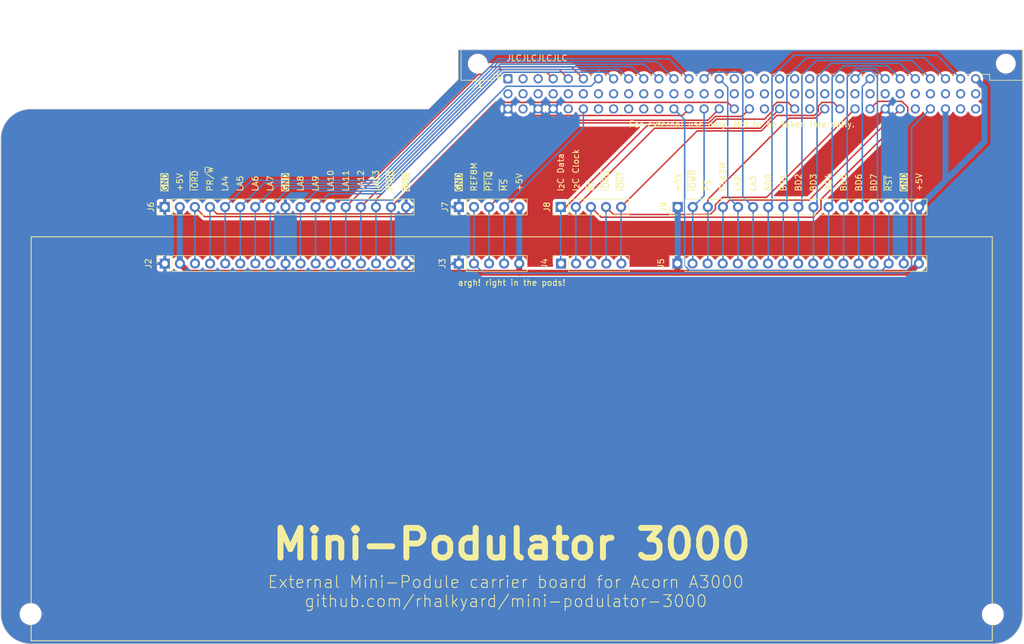
<source format=kicad_pcb>
(kicad_pcb (version 20221018) (generator pcbnew)
  (title_block (title "External Mini-Podule carrier board for Acorn A3000") (date "2024-05-29") (rev "1"))
  (layers (0 "F.Cu" signal) (31 "B.Cu" signal) (34 "B.Paste" user) (35 "F.Paste" user) (36 "B.SilkS" user "B.Silkscreen") (37 "F.SilkS" user "F.Silkscreen") (38 "B.Mask" user) (39 "F.Mask" user) (44 "Edge.Cuts" user))
  (net 0 "")
  (net 1 "GND")
  (net 2 "/LA15")
  (net 3 "/LA14")
  (net 4 "/LA13")
  (net 5 "/LA12")
  (net 6 "/LA11")
  (net 7 "/LA10")
  (net 8 "/LA9")
  (net 9 "/LA8")
  (net 10 "/LA7")
  (net 11 "/LA6")
  (net 12 "/LA5")
  (net 13 "/LA4")
  (net 14 "/LA3")
  (net 15 "/LA2")
  (net 16 "/BD15")
  (net 17 "/BD14")
  (net 18 "/BD13")
  (net 19 "/BD12")
  (net 20 "/BD11")
  (net 21 "/BD10")
  (net 22 "/BD9")
  (net 23 "/BD8")
  (net 24 "/BD7")
  (net 25 "/BD6")
  (net 26 "/BD5")
  (net 27 "/BD4")
  (net 28 "/BD3")
  (net 29 "/BD2")
  (net 30 "/BD1")
  (net 31 "/BD0")
  (net 32 "+5V")
  (net 33 "-5V")
  (net 35 "/~{MS}")
  (net 41 "/~{RST}")
  (net 42 "/PR{slash}~{W}")
  (net 43 "/~{IOWR}")
  (net 44 "/~{IORD}")
  (net 45 "/~{PIRQ}")
  (net 46 "/~{PFIQ}")
  (net 48 "/I2C_CLK")
  (net 49 "/I2C_DAT")
  (net 50 "/~{EXTPS}")
  (net 51 "/~{PS}")
  (net 52 "/~{IOGT}")
  (net 53 "/~{IORQ}")
  (net 54 "/~{BL}")
  (net 55 "/CLK2")
  (net 56 "/CLK8")
  (net 57 "/REF8M")
  (net 59 "+12V")
  (footprint "Connector_PinHeader_2.54mm:PinHeader_1x17_P2.54mm_Vertical" (layer "F.Cu") (at 85.47 80.315 90)
    (fp_text reference "J6")
    (fp_text value "Conn_01x17_Socket")
  )
  (footprint "Connector_DIN:DIN41612_C_3x32_Male_Horizontal_THT" (layer "F.Cu") (at 143.255 58.725)
    (fp_text reference "J1")
    (fp_text value "DIN41612_02x32_AC")
  )
  (footprint "Connector_PinSocket_2.54mm:PinSocket_1x17_P2.54mm_Vertical" (layer "F.Cu") (at 171.79 89.84 90)
    (fp_text reference "J5")
    (fp_text value "Conn_01x17_Socket")
  )
  (footprint "Connector_PinSocket_2.54mm:PinSocket_1x05_P2.54mm_Vertical" (layer "F.Cu") (at 134.99 89.84 90)
    (fp_text reference "J3")
    (fp_text value "Conn_01x05_Socket")
  )
  (footprint "Connector_PinHeader_2.54mm:PinHeader_1x17_P2.54mm_Vertical" (layer "F.Cu") (at 171.83 80.315 90)
    (fp_text reference "J9")
    (fp_text value "Conn_01x17_Socket")
  )
  (footprint "Connector_PinHeader_2.54mm:PinHeader_1x05_P2.54mm_Vertical" (layer "F.Cu") (at 152.145 80.315 90)
    (fp_text reference "J8")
    (fp_text value "Conn_01x05_Socket")
  )
  (footprint "MountingHole:MountingHole_3.2mm_M3" (layer "F.Cu") (at 62.89 148.84)
    (fp_text reference "H1" hide)
    (fp_text value "MountingHole")
  )
  (footprint "Connector_PinSocket_2.54mm:PinSocket_1x17_P2.54mm_Vertical" (layer "F.Cu") (at 85.49 89.84 90)
    (fp_text reference "J2")
    (fp_text value "Conn_01x17_Socket")
  )
  (footprint "MountingHole:MountingHole_3.2mm_M3" (layer "F.Cu") (at 224.89 148.895)
    (fp_text reference "H2" hide)
    (fp_text value "MountingHole")
  )
  (footprint "Connector_PinSocket_2.54mm:PinSocket_1x05_P2.54mm_Vertical" (layer "F.Cu") (at 152.19 89.84 90)
    (fp_text reference "J4")
    (fp_text value "Conn_01x05_Socket")
  )
  (footprint "Connector_PinHeader_2.54mm:PinHeader_1x05_P2.54mm_Vertical" (layer "F.Cu") (at 135 80.315 90)
    (fp_text reference "J7")
    (fp_text value "Conn_01x05_Socket")
  )
  (gr_line (start 62.99 85.34) (end 224.79 85.34) (stroke (width 0.15)) (layer "F.SilkS"))
  (gr_line (start 224.79 153.34) (end 62.99 153.34) (stroke (width 0.15)) (layer "F.SilkS"))
  (gr_line (start 62.99 85.34) (end 62.99 153.34) (stroke (width 0.15)) (layer "F.SilkS"))
  (gr_line (start 224.79 85.34) (end 224.79 153.34) (stroke (width 0.15)) (layer "F.SilkS"))
  (gr_line (start 224.89 153.84) (end 62.89 153.84) (stroke (width 0.1)) (layer "Edge.Cuts"))
  (gr_line (start 62.89 63.84) (end 129.89 63.84) (stroke (width 0.1)) (layer "Edge.Cuts"))
  (gr_line (start 57.89 148.84) (end 57.89 68.84) (stroke (width 0.1)) (layer "Edge.Cuts"))
  (gr_arc (start 229.89 148.84) (mid 228.425534 152.375534) (end 224.89 153.84) (stroke (width 0.1)) (layer "Edge.Cuts"))
  (gr_line (start 134.89 58.84) (end 134.89 53.84) (stroke (width 0.1)) (layer "Edge.Cuts"))
  (gr_line (start 134.89 53.84) (end 229.89 53.84) (stroke (width 0.1)) (layer "Edge.Cuts"))
  (gr_line (start 229.89 148.84) (end 229.89 53.84) (stroke (width 0.1)) (layer "Edge.Cuts"))
  (gr_arc (start 62.89 153.84) (mid 59.354466 152.375534) (end 57.89 148.84) (stroke (width 0.1)) (layer "Edge.Cuts"))
  (gr_arc (start 57.89 68.84) (mid 59.354466 65.304466) (end 62.89 63.84) (stroke (width 0.1)) (layer "Edge.Cuts"))
  (gr_line (start 134.89 58.84) (end 129.89 63.84) (stroke (width 0.1)) (layer "Edge.Cuts"))
  (gr_text "~{IOWR}" (at 174.37 77.775 90) (layer "F.SilkS") (effects (font (size 1 1)) (justify left)))
  (gr_text "BD2" (at 192.15 77.775 90) (layer "F.SilkS") (effects (font (size 1 1)) (justify left)))
  (gr_text "LA11" (at 115.95 77.775 90) (layer "F.SilkS") (effects (font (size 1 1)) (justify left)))
  (gr_text "BD0" (at 187.07 77.775 90) (layer "F.SilkS") (effects (font (size 1 1)) (justify left)))
  (gr_text "BD1" (at 189.61 77.775 90) (layer "F.SilkS") (effects (font (size 1 1)) (justify left)))
  (gr_text "GND" (at 209.93 77.775 90) (layer "F.SilkS" knockout) (effects (font (size 1 1)) (justify left)))
  (gr_text "LA6" (at 100.71 77.775 90) (layer "F.SilkS") (effects (font (size 1 1)) (justify left)))
  (gr_text "LA4" (at 95.63 77.775 90) (layer "F.SilkS") (effects (font (size 1 1)) (justify left)))
  (gr_text "~{IORQ}" (at 159.765 77.775 90) (layer "F.SilkS") (effects (font (size 1 1)) (justify left)))
  (gr_text "For external use only. Not to be taken internally." (at 182.625 66.98) (layer "F.SilkS") (effects (font (size 1 1)) (justify bottom)))
  (gr_text "GND" (at 105.79 77.775 90) (layer "F.SilkS" knockout) (effects (font (size 1 1)) (justify left)))
  (gr_text "~{PFIQ}" (at 140.08 77.775 90) (layer "F.SilkS") (effects (font (size 1 1)) (justify left)))
  (gr_text "GND" (at 126.11 77.775 90) (layer "F.SilkS" knockout) (effects (font (size 1 1)) (justify left)))
  (gr_text "BD5" (at 199.77 77.775 90) (layer "F.SilkS") (effects (font (size 1 1)) (justify left)))
  (gr_text "LA5" (at 98.17 77.775 90) (layer "F.SilkS") (effects (font (size 1 1)) (justify left)))
  (gr_text "LA8" (at 108.33 77.775 90) (layer "F.SilkS") (effects (font (size 1 1)) (justify left)))
  (gr_text "I_{2}C Clock" (at 154.685 77.775 90) (layer "F.SilkS") (effects (font (size 1 1)) (justify left)))
  (gr_text "LA2" (at 181.99 77.775 90) (layer "F.SilkS") (effects (font (size 1 1)) (justify left)))
  (gr_text "GND" (at 135 77.775 90) (layer "F.SilkS" knockout) (effects (font (size 1 1)) (justify left)))
  (gr_text "BD6" (at 202.31 77.775 90) (layer "F.SilkS") (effects (font (size 1 1)) (justify left)))
  (gr_text "~{MS}" (at 142.62 77.775 90) (layer "F.SilkS") (effects (font (size 1 1)) (justify left)))
  (gr_text "LA3" (at 184.53 77.775 90) (layer "F.SilkS") (effects (font (size 1 1)) (justify left)))
  (gr_text "+5V" (at 171.83 77.775 90) (layer "F.SilkS") (effects (font (size 1 1)) (justify left)))
  (gr_text "JLCJLCJLCJLC" (at 142.89 55.84) (layer "F.SilkS") (effects (font (size 1 1)) (justify left bottom)))
  (gr_text "LA7" (at 103.25 77.775 90) (layer "F.SilkS") (effects (font (size 1 1)) (justify left)))
  (gr_text "BD4" (at 197.229599 77.679158 90) (layer "F.SilkS") (effects (font (size 1 1)) (justify left)))
  (gr_text "LA9" (at 110.87 77.775 90) (layer "F.SilkS") (effects (font (size 1 1)) (justify left)))
  (gr_text "Mini-Podulator 3000" (at 143.89 140.005) (layer "F.SilkS") (effects (font (size 5 5) (thickness 1) bold) (justify bottom)))
  (gr_text "REF8M" (at 137.54 77.775 90) (layer "F.SilkS") (effects (font (size 1 1)) (justify left)))
  (gr_text "+5V" (at 88.01 77.775 90) (layer "F.SilkS") (effects (font (size 1 1)) (justify left)))
  (gr_text "~{IORD}" (at 90.55 77.775 90) (layer "F.SilkS") (effects (font (size 1 1)) (justify left)))
  (gr_text "External Mini-Podule carrier board for Acorn A3000\ngithub.com/rhalkyard/mini-podulator-3000" (at 142.89 147.84) (layer "F.SilkS") (effects (font (size 2 2)) (justify bottom)))
  (gr_text "PR/~{W}" (at 93.09 77.775 90) (layer "F.SilkS") (effects (font (size 1 1)) (justify left)))
  (gr_text "~{PS}" (at 176.91 77.775 90) (layer "F.SilkS") (effects (font (size 1 1)) (justify left)))
  (gr_text "~{RST}" (at 207.39 77.775 90) (layer "F.SilkS") (effects (font (size 1 1)) (justify left)))
  (gr_text "argh! right in the pods!" (at 143.89 93.65) (layer "F.SilkS") (effects (font (size 1 1)) (justify bottom)))
  (gr_text "BD3" (at 194.69 77.775 90) (layer "F.SilkS") (effects (font (size 1 1)) (justify left)))
  (gr_text "BD7" (at 204.85 77.775 90) (layer "F.SilkS") (effects (font (size 1 1)) (justify left)))
  (gr_text "CLK2M" (at 179.45 77.775 90) (layer "F.SilkS") (effects (font (size 1 1)) (justify left)))
  (gr_text "LA10" (at 113.41 77.775 90) (layer "F.SilkS") (effects (font (size 1 1)) (justify left)))
  (gr_text "GND" (at 85.47 77.775 90) (layer "F.SilkS" knockout) (effects (font (size 1 1)) (justify left)))
  (gr_text "~{BL}" (at 157.225 77.775 90) (layer "F.SilkS") (effects (font (size 1 1)) (justify left)))
  (gr_text "+5V" (at 212.47 77.775 90) (layer "F.SilkS") (effects (font (size 1 1)) (justify left)))
  (gr_text "I_{2}C Data" (at 152.145 77.775 90) (layer "F.SilkS") (effects (font (size 1 1)) (justify left)))
  (gr_text "~{IOGT}" (at 162.305 77.775 90) (layer "F.SilkS") (effects (font (size 1 1)) (justify left)))
  (gr_text "LA13" (at 121.03 77.775 90) (layer "F.SilkS") (effects (font (size 1 1)) (justify left)))
  (gr_text "+5V" (at 145.16 77.775 90) (layer "F.SilkS") (effects (font (size 1 1)) (justify left)))
  (gr_text "LA12" (at 118.49 77.775 90) (layer "F.SilkS") (effects (font (size 1 1)) (justify left)))
  (gr_text "~{PIRQ}" (at 123.57 77.775 90) (layer "F.SilkS") (effects (font (size 1 1)) (justify left)))
  (segment (start 142.491826 57.625) (end 149.775 57.625) (width 0.25) (layer "F.Cu") (net 4))
  (segment (start 121.03 79.086826) (end 142.491826 57.625) (width 0.25) (layer "F.Cu") (net 4))
  (segment (start 121.03 80.315) (end 121.03 79.086826) (width 0.25) (layer "F.Cu") (net 4))
  (segment (start 149.775 57.625) (end 150.875 58.725) (width 0.25) (layer "F.Cu") (net 4))
  (segment (start 121.03 80.315) (end 121.03 89.82) (width 0.25) (layer "B.Cu") (net 4))
  (segment (start 121.03 89.82) (end 121.05 89.84) (width 0.25) (layer "B.Cu") (net 4))
  (segment (start 151.865 57.175) (end 153.415 58.725) (width 0.25) (layer "F.Cu") (net 5))
  (segment (start 118.49 80.315) (end 141.63 57.175) (width 0.25) (layer "F.Cu") (net 5))
  (segment (start 141.63 57.175) (end 151.865 57.175) (width 0.25) (layer "F.Cu") (net 5))
  (segment (start 118.49 89.82) (end 118.51 89.84) (width 0.25) (layer "B.Cu") (net 5))
  (segment (start 118.49 80.315) (end 118.49 89.82) (width 0.25) (layer "B.Cu") (net 5))
  (segment (start 138.920584 57.985) (end 140.180584 56.725) (width 0.25) (layer "F.Cu") (net 6))
  (segment (start 138.28 57.985) (end 138.920584 57.985) (width 0.25) (layer "F.Cu") (net 6))
  (segment (start 153.955 56.725) (end 155.955 58.725) (width 0.25) (layer "F.Cu") (net 6))
  (segment (start 115.95 80.315) (end 138.28 57.985) (width 0.25) (layer "F.Cu") (net 6))
  (segment (start 140.180584 56.725) (end 153.955 56.725) (width 0.25) (layer "F.Cu") (net 6))
  (segment (start 115.95 89.82) (end 115.97 89.84) (width 0.25) (layer "B.Cu") (net 6))
  (segment (start 115.95 80.315) (end 115.95 89.82) (width 0.25) (layer "B.Cu") (net 6))
  (segment (start 142.976256 59.995) (end 157.225 59.995) (width 0.25) (layer "B.Cu") (net 7))
  (segment (start 113.41 80.315) (end 113.41 89.82) (width 0.25) (layer "B.Cu") (net 7))
  (segment (start 157.225 59.995) (end 158.495 58.725) (width 0.25) (layer "B.Cu") (net 7))
  (segment (start 123.8266 79.144656) (end 142.976256 59.995) (width 0.25) (layer "B.Cu") (net 7))
  (segment (start 114.580344 79.144656) (end 123.8266 79.144656) (width 0.25) (layer "B.Cu") (net 7))
  (segment (start 113.41 89.82) (end 113.43 89.84) (width 0.25) (layer "B.Cu") (net 7))
  (segment (start 113.41 80.315) (end 114.580344 79.144656) (width 0.25) (layer "B.Cu") (net 7))
  (segment (start 110.87 80.315) (end 110.87 89.82) (width 0.25) (layer "B.Cu") (net 8))
  (segment (start 110.87 80.315) (end 113.095 78.09) (width 0.25) (layer "B.Cu") (net 8))
  (segment (start 122.026826 78.09) (end 142.491826 57.625) (width 0.25) (layer "B.Cu") (net 8))
  (segment (start 159.935 57.625) (end 161.035 58.725) (width 0.25) (layer "B.Cu") (net 8))
  (segment (start 110.87 89.82) (end 110.89 89.84) (width 0.25) (layer "B.Cu") (net 8))
  (segment (start 113.095 78.09) (end 122.026826 78.09) (width 0.25) (layer "B.Cu") (net 8))
  (segment (start 142.491826 57.625) (end 159.935 57.625) (width 0.25) (layer "B.Cu") (net 8))
  (segment (start 162.025 57.175) (end 163.575 58.725) (width 0.25) (layer "B.Cu") (net 9))
  (segment (start 108.33 89.82) (end 108.35 89.84) (width 0.25) (layer "B.Cu") (net 9))
  (segment (start 108.33 80.315) (end 111.005 77.64) (width 0.25) (layer "B.Cu") (net 9))
  (segment (start 108.33 80.315) (end 108.33 89.82) (width 0.25) (layer "B.Cu") (net 9))
  (segment (start 111.005 77.64) (end 121.84043 77.64) (width 0.25) (layer "B.Cu") (net 9))
  (segment (start 121.84043 77.64) (end 142.30543 57.175) (width 0.25) (layer "B.Cu") (net 9))
  (segment (start 142.30543 57.175) (end 162.025 57.175) (width 0.25) (layer "B.Cu") (net 9))
  (segment (start 142.119034 56.725) (end 164.115 56.725) (width 0.25) (layer "B.Cu") (net 10))
  (segment (start 164.115 56.725) (end 166.115 58.725) (width 0.25) (layer "B.Cu") (net 10))
  (segment (start 103.25 89.82) (end 103.27 89.84) (width 0.25) (layer "B.Cu") (net 10))
  (segment (start 121.654034 77.19) (end 142.119034 56.725) (width 0.25) (layer "B.Cu") (net 10))
  (segment (start 103.25 80.315) (end 106.375 77.19) (width 0.25) (layer "B.Cu") (net 10))
  (segment (start 106.375 77.19) (end 121.654034 77.19) (width 0.25) (layer "B.Cu") (net 10))
  (segment (start 103.25 80.315) (end 103.25 89.82) (width 0.25) (layer "B.Cu") (net 10))
  (segment (start 104.285 76.74) (end 121.467638 76.74) (width 0.25) (layer "B.Cu") (net 11))
  (segment (start 166.205 56.275) (end 168.655 58.725) (width 0.25) (layer "B.Cu") (net 11))
  (segment (start 100.71 89.82) (end 100.73 89.84) (width 0.25) (layer "B.Cu") (net 11))
  (segment (start 100.71 80.315) (end 104.285 76.74) (width 0.25) (layer "B.Cu") (net 11))
  (segment (start 121.467638 76.74) (end 141.932638 56.275) (width 0.25) (layer "B.Cu") (net 11))
  (segment (start 100.71 80.315) (end 100.71 89.82) (width 0.25) (layer "B.Cu") (net 11))
  (segment (start 141.932638 56.275) (end 166.205 56.275) (width 0.25) (layer "B.Cu") (net 11))
  (segment (start 168.295 55.825) (end 171.195 58.725) (width 0.25) (layer "B.Cu") (net 12))
  (segment (start 98.19 80.335) (end 98.17 80.315) (width 0.25) (layer "B.Cu") (net 12))
  (segment (start 98.19 89.84) (end 98.19 80.335) (width 0.25) (layer "B.Cu") (net 12))
  (segment (start 121.281242 76.29) (end 141.746242 55.825) (width 0.25) (layer "B.Cu") (net 12))
  (segment (start 141.746242 55.825) (end 168.295 55.825) (width 0.25) (layer "B.Cu") (net 12))
  (segment (start 102.195 76.29) (end 121.281242 76.29) (width 0.25) (layer "B.Cu") (net 12))
  (segment (start 98.17 80.315) (end 102.195 76.29) (width 0.25) (layer "B.Cu") (net 12))
  (segment (start 95.65 89.84) (end 95.65 80.335) (width 0.25) (layer "B.Cu") (net 13))
  (segment (start 95.63 80.315) (end 100.105 75.84) (width 0.25) (layer "B.Cu") (net 13))
  (segment (start 121.094846 75.84) (end 141.559846 55.375) (width 0.25) (layer "B.Cu") (net 13))
  (segment (start 141.559846 55.375) (end 170.385 55.375) (width 0.25) (layer "B.Cu") (net 13))
  (segment (start 170.385 55.375) (end 173.735 58.725) (width 0.25) (layer "B.Cu") (net 13))
  (segment (start 95.65 80.335) (end 95.63 80.315) (width 0.25) (layer "B.Cu") (net 13))
  (segment (start 100.105 75.84) (end 121.094846 75.84) (width 0.25) (layer "B.Cu") (net 13))
  (segment (start 184.53 80.315) (end 182.795 78.58) (width 0.25) (layer "B.Cu") (net 14))
  (segment (start 182.795 78.58) (end 182.795 58.26) (width 0.25) (layer "B.Cu") (net 14))
  (segment (start 184.53 89.8) (end 184.49 89.84) (width 0.25) (layer "B.Cu") (net 14))
  (segment (start 177.375 57.625) (end 176.275 58.725) (width 0.25) (layer "B.Cu") (net 14))
  (segment (start 182.16 57.625) (end 177.375 57.625) (width 0.25) (layer "B.Cu") (net 14))
  (segment (start 182.795 58.26) (end 182.16 57.625) (width 0.25) (layer "B.Cu") (net 14))
  (segment (start 184.53 80.315) (end 184.53 89.8) (width 0.25) (layer "B.Cu") (net 14))
  (segment (start 180.255 78.58) (end 180.255 60.165) (width 0.25) (layer "B.Cu") (net 15))
  (segment (start 181.99 80.315) (end 181.99 89.8) (width 0.25) (layer "B.Cu") (net 15))
  (segment (start 181.99 89.8) (end 181.95 89.84) (width 0.25) (layer "B.Cu") (net 15))
  (segment (start 181.99 80.315) (end 180.255 78.58) (width 0.25) (layer "B.Cu") (net 15))
  (segment (start 180.255 60.165) (end 178.815 58.725) (width 0.25) (layer "B.Cu") (net 15))
  (segment (start 205.448568 58.409824) (end 204.493744 57.455) (width 0.25) (layer "B.Cu") (net 24))
  (segment (start 202.945 57.455) (end 201.675 58.725) (width 0.25) (layer "B.Cu") (net 24))
  (segment (start 204.85 80.315) (end 204.85 89.8) (width 0.25) (layer "B.Cu") (net 24))
  (segment (start 204.85 80.315) (end 205.448568 79.716432) (width 0.25) (layer "B.Cu") (net 24))
  (segment (start 205.448568 79.716432) (end 205.448568 58.409824) (width 0.25) (layer "B.Cu") (net 24))
  (segment (start 204.85 89.8) (end 204.81 89.84) (width 0.25) (layer "B.Cu") (net 24))
  (segment (start 204.493744 57.455) (end 202.945 57.455) (width 0.25) (layer "B.Cu") (net 24))
  (segment (start 202.31 80.315) (end 202.908568 79.716432) (width 0.25) (layer "B.Cu") (net 25))
  (segment (start 202.908568 79.716432) (end 202.908568 60.031432) (width 0.25) (layer "B.Cu") (net 25))
  (segment (start 202.908568 60.031432) (end 204.215 58.725) (width 0.25) (layer "B.Cu") (net 25))
  (segment (start 202.31 80.315) (end 202.31 89.8) (width 0.25) (layer "B.Cu") (net 25))
  (segment (start 202.31 89.8) (end 202.27 89.84) (width 0.25) (layer "B.Cu") (net 25))
  (segment (start 199.77 80.315) (end 199.77 89.8) (width 0.25) (layer "B.Cu") (net 26))
  (segment (start 200.368568 58.482688) (end 201.846256 57.005) (width 0.25) (layer "B.Cu") (net 26))
  (segment (start 199.77 89.8) (end 199.73 89.84) (width 0.25) (layer "B.Cu") (net 26))
  (segment (start 199.77 80.315) (end 200.368568 79.716432) (width 0.25) (layer "B.Cu") (net 26))
  (segment (start 200.368568 79.716432) (end 200.368568 58.482688) (width 0.25) (layer "B.Cu") (net 26))
  (segment (start 201.846256 57.005) (end 205.035 57.005) (width 0.25) (layer "B.Cu") (net 26))
  (segment (start 205.035 57.005) (end 206.755 58.725) (width 0.25) (layer "B.Cu") (net 26))
  (segment (start 197.828568 58.482688) (end 199.756256 56.555) (width 0.25) (layer "B.Cu") (net 27))
  (segment (start 197.23 80.315) (end 197.828568 79.716432) (width 0.25) (layer "B.Cu") (net 27))
  (segment (start 197.828568 79.716432) (end 197.828568 58.482688) (width 0.25) (layer "B.Cu") (net 27))
  (segment (start 207.125 56.555) (end 209.295 58.725) (width 0.25) (layer "B.Cu") (net 27))
  (segment (start 199.756256 56.555) (end 207.125 56.555) (width 0.25) (layer "B.Cu") (net 27))
  (segment (start 197.23 80.315) (end 197.23 89.8) (width 0.25) (layer "B.Cu") (net 27))
  (segment (start 197.23 89.8) (end 197.19 89.84) (width 0.25) (layer "B.Cu") (net 27))
  (segment (start 194.69 89.8) (end 194.65 89.84) (width 0.25) (layer "B.Cu") (net 28))
  (segment (start 197.666256 56.105) (end 209.215 56.105) (width 0.25) (layer "B.Cu") (net 28))
  (segment (start 195.288568 58.482688) (end 197.666256 56.105) (width 0.25) (layer "B.Cu") (net 28))
  (segment (start 195.288568 79.716432) (end 195.288568 58.482688) (width 0.25) (layer "B.Cu") (net 28))
  (segment (start 209.215 56.105) (end 211.835 58.725) (width 0.25) (layer "B.Cu") (net 28))
  (segment (start 194.69 80.315) (end 194.69 89.8) (width 0.25) (layer "B.Cu") (net 28))
  (segment (start 194.69 80.315) (end 195.288568 79.716432) (width 0.25) (layer "B.Cu") (net 28))
  (segment (start 211.305 55.655) (end 214.375 58.725) (width 0.25) (layer "B.Cu") (net 29))
  (segment (start 192.15 80.315) (end 192.15 89.8) (width 0.25) (layer "B.Cu") (net 29))
  (segment (start 192.748568 58.126432) (end 195.22 55.655) (width 0.25) (layer "B.Cu") (net 29))
  (segment (start 192.15 89.8) (end 192.11 89.84) (width 0.25) (layer "B.Cu") (net 29))
  (segment (start 192.748568 79.716432) (end 192.748568 58.126432) (width 0.25) (layer "B.Cu") (net 29))
  (segment (start 192.15 80.315) (end 192.748568 79.716432) (width 0.25) (layer "B.Cu") (net 29))
  (segment (start 195.22 55.655) (end 211.305 55.655) (width 0.25) (layer "B.Cu") (net 29))
  (segment (start 190.208568 58.482688) (end 193.486256 55.205) (width 0.25) (layer "B.Cu") (net 30))
  (segment (start 193.486256 55.205) (end 213.395 55.205) (width 0.25) (layer "B.Cu") (net 30))
  (segment (start 213.395 55.205) (end 216.915 58.725) (width 0.25) (layer "B.Cu") (net 30))
  (segment (start 189.61 80.315) (end 190.208568 79.716432) (width 0.25) (layer "B.Cu") (net 30))
  (segment (start 190.208568 79.716432) (end 190.208568 58.482688) (width 0.25) (layer "B.Cu") (net 30))
  (segment (start 189.61 80.315) (end 189.61 89.8) (width 0.25) (layer "B.Cu") (net 30))
  (segment (start 189.61 89.8) (end 189.57 89.84) (width 0.25) (layer "B.Cu") (net 30))
  (segment (start 187.07 80.315) (end 187.07 89.8) (width 0.25) (layer "B.Cu") (net 31))
  (segment (start 191.396256 54.755) (end 215.485 54.755) (width 0.25) (layer "B.Cu") (net 31))
  (segment (start 187.705 58.446256) (end 191.396256 54.755) (width 0.25) (layer "B.Cu") (net 31))
  (segment (start 215.485 54.755) (end 219.455 58.725) (width 0.25) (layer "B.Cu") (net 31))
  (segment (start 187.07 89.8) (end 187.03 89.84) (width 0.25) (layer "B.Cu") (net 31))
  (segment (start 187.705 79.68) (end 187.705 58.446256) (width 0.25) (layer "B.Cu") (net 31))
  (segment (start 187.07 80.315) (end 187.705 79.68) (width 0.25) (layer "B.Cu") (net 31))
  (segment (start 89.58 91.39) (end 88.03 89.84) (width 1) (layer "F.Cu") (net 32))
  (segment (start 210.88 91.39) (end 171.83 91.39) (width 1) (layer "F.Cu") (net 32))
  (segment (start 145.15 91.38) (end 145.16 91.39) (width 1) (layer "F.Cu") (net 32))
  (segment (start 171.79 91.35) (end 171.83 91.39) (width 1) (layer "F.Cu") (net 32))
  (segment (start 212.43 89.84) (end 210.88 91.39) (width 1) (layer "F.Cu") (net 32))
  (segment (start 145.16 91.39) (end 89.58 91.39) (width 1) (layer "F.Cu") (net 32))
  (segment (start 145.15 89.84) (end 145.15 91.38) (width 1) (layer "F.Cu") (net 32))
  (segment (start 171.79 89.84) (end 171.79 91.35) (width 1) (layer "F.Cu") (net 32))
  (segment (start 171.83 91.39) (end 145.16 91.39) (width 1) (layer "F.Cu") (net 32))
  (segment (start 145.16 89.83) (end 145.15 89.84) (width 1) (layer "B.Cu") (net 32))
  (segment (start 88.01 89.82) (end 88.03 89.84) (width 1) (layer "B.Cu") (net 32))
  (segment (start 216.915 75.87) (end 212.47 80.315) (width 1) (layer "B.Cu") (net 32))
  (segment (start 88.01 80.315) (end 88.01 89.82) (width 1) (layer "B.Cu") (net 32))
  (segment (start 223.47 60.2) (end 221.995 58.725) (width 1) (layer "B.Cu") (net 32))
  (segment (start 212.47 89.8) (end 212.43 89.84) (width 1) (layer "B.Cu") (net 32))
  (segment (start 212.47 80.315) (end 212.47 89.8) (width 1) (layer "B.Cu") (net 32))
  (segment (start 171.83 80.315) (end 171.83 89.8) (width 1) (layer "B.Cu") (net 32))
  (segment (start 216.915 75.87) (end 223.47 69.315) (width 1) (layer "B.Cu") (net 32))
  (segment (start 216.915 63.805) (end 216.915 75.87) (width 1) (layer "B.Cu") (net 32))
  (segment (start 145.16 80.315) (end 145.16 89.83) (width 1) (layer "B.Cu") (net 32))
  (segment (start 223.47 69.315) (end 223.47 60.2) (width 1) (layer "B.Cu") (net 32))
  (segment (start 171.83 89.8) (end 171.79 89.84) (width 1) (layer "B.Cu") (net 32))
  (segment (start 142.62 80.315) (end 155.955 66.98) (width 0.25) (layer "B.Cu") (net 35))
  (segment (start 142.62 80.315) (end 142.62 89.83) (width 0.25) (layer "B.Cu") (net 35))
  (segment (start 142.62 89.83) (end 142.61 89.84) (width 0.25) (layer "B.Cu") (net 35))
  (segment (start 155.955 66.98) (end 155.955 63.805) (width 0.25) (layer "B.Cu") (net 35))
  (segment (start 171.195 63.805) (end 173.005 65.615) (width 0.25) (layer "B.Cu") (net 41))
  (segment (start 173.84029 91.010344) (end 206.179656 91.010344) (width 0.25) (layer "B.Cu") (net 41))
  (segment (start 207.39 89.8) (end 207.35 89.84) (width 0.25) (layer "B.Cu") (net 41))
  (segment (start 206.179656 91.010344) (end 207.35 89.84) (width 0.25) (layer "B.Cu") (net 41))
  (segment (start 173.005 65.615) (end 173.005 90.175054) (width 0.25) (layer "B.Cu") (net 41))
  (segment (start 207.39 80.315) (end 207.39 89.8) (width 0.25) (layer "B.Cu") (net 41))
  (segment (start 173.005 90.175054) (end 173.84029 91.010344) (width 0.25) (layer "B.Cu") (net 41))
  (segment (start 172.635 64.905) (end 173.735 63.805) (width 0.25) (layer "F.Cu") (net 42))
  (segment (start 93.09 80.315) (end 94.260344 81.485344) (width 0.25) (layer "F.Cu") (net 42))
  (segment (start 147.233604 64.905) (end 172.635 64.905) (width 0.25) (layer "F.Cu") (net 42))
  (segment (start 130.65326 81.485344) (end 147.233604 64.905) (width 0.25) (layer "F.Cu") (net 42))
  (segment (start 94.260344 81.485344) (end 130.65326 81.485344) (width 0.25) (layer "F.Cu") (net 42))
  (segment (start 93.09 80.315) (end 93.09 89.82) (width 0.25) (layer "B.Cu") (net 42))
  (segment (start 93.09 89.82) (end 93.11 89.84) (width 0.25) (layer "B.Cu") (net 42))
  (segment (start 174.37 80.315) (end 176.275 78.41) (width 0.25) (layer "B.Cu") (net 43))
  (segment (start 174.37 80.315) (end 174.37 89.8) (width 0.25) (layer "B.Cu") (net 43))
  (segment (start 174.37 89.8) (end 174.33 89.84) (width 0.25) (layer "B.Cu") (net 43))
  (segment (start 176.275 78.41) (end 176.275 63.805) (width 0.25) (layer "B.Cu") (net 43))
  (segment (start 176.91 65.71) (end 178.815 63.805) (width 0.25) (layer "F.Cu") (net 44))
  (segment (start 130.839656 81.935344) (end 147.065 65.71) (width 0.25) (layer "F.Cu") (net 44))
  (segment (start 147.065 65.71) (end 176.91 65.71) (width 0.25) (layer "F.Cu") (net 44))
  (segment (start 92.170344 81.935344) (end 130.839656 81.935344) (width 0.25) (layer "F.Cu") (net 44))
  (segment (start 90.55 80.315) (end 92.170344 81.935344) (width 0.25) (layer "F.Cu") (net 44))
  (segment (start 90.55 89.82) (end 90.57 89.84) (width 0.25) (layer "B.Cu") (net 44))
  (segment (start 90.55 80.315) (end 90.55 89.82) (width 0.25) (layer "B.Cu") (net 44))
  (segment (start 181.355 63.805) (end 180.255 62.705) (width 0.25) (layer "F.Cu") (net 45))
  (segment (start 141.18 62.705) (end 123.57 80.315) (width 0.25) (layer "F.Cu") (net 45))
  (segment (start 180.255 62.705) (end 141.18 62.705) (width 0.25) (layer "F.Cu") (net 45))
  (segment (start 123.57 89.82) (end 123.59 89.84) (width 0.25) (layer "B.Cu") (net 45))
  (segment (start 123.57 80.315) (end 123.57 89.82) (width 0.25) (layer "B.Cu") (net 45))
  (segment (start 178.181396 65.075) (end 182.625 65.075) (width 0.25) (layer "F.Cu") (net 46))
  (segment (start 182.625 65.075) (end 183.895 63.805) (width 0.25) (layer "F.Cu") (net 46))
  (segment (start 154.235 66.16) (end 177.096396 66.16) (width 0.25) (layer "F.Cu") (net 46))
  (segment (start 140.08 80.315) (end 154.235 66.16) (width 0.25) (layer "F.Cu") (net 46))
  (segment (start 177.096396 66.16) (end 178.181396 65.075) (width 0.25) (layer "F.Cu") (net 46))
  (segment (start 140.07 80.325) (end 140.08 80.315) (width 0.25) (layer "B.Cu") (net 46))
  (segment (start 140.07 89.84) (end 140.07 80.325) (width 0.25) (layer "B.Cu") (net 46))
  (segment (start 185.72 67.06) (end 188.975 63.805) (width 0.25) (layer "F.Cu") (net 48))
  (segment (start 167.94 67.06) (end 185.72 67.06) (width 0.25) (layer "F.Cu") (net 48))
  (segment (start 154.685 80.315) (end 167.94 67.06) (width 0.25) (layer "F.Cu") (net 48))
  (segment (start 154.685 89.795) (end 154.73 89.84) (width 0.25) (layer "B.Cu") (net 48))
  (segment (start 154.685 80.315) (end 154.685 89.795) (width 0.25) (layer "B.Cu") (net 48))
  (segment (start 187.875 64.083744) (end 187.875 63.356256) (width 0.25) (layer "F.Cu") (net 49))
  (segment (start 186.433744 65.525) (end 187.875 64.083744) (width 0.25) (layer "F.Cu") (net 49))
  (segment (start 177.282792 66.61) (end 178.367792 65.525) (width 0.25) (layer "F.Cu") (net 49))
  (segment (start 166.7 66.61) (end 177.282792 66.61) (width 0.25) (layer "F.Cu") (net 49))
  (segment (start 187.875 63.356256) (end 188.526256 62.705) (width 0.25) (layer "F.Cu") (net 49))
  (segment (start 178.367792 65.525) (end 186.433744 65.525) (width 0.25) (layer "F.Cu") (net 49))
  (segment (start 152.145 80.315) (end 152.995 80.315) (width 0.25) (layer "F.Cu") (net 49))
  (segment (start 152.995 80.315) (end 166.7 66.61) (width 0.25) (layer "F.Cu") (net 49))
  (segment (start 190.415 62.705) (end 191.515 63.805) (width 0.25) (layer "F.Cu") (net 49))
  (segment (start 188.526256 62.705) (end 190.415 62.705) (width 0.25) (layer "F.Cu") (net 49))
  (segment (start 152.145 80.315) (end 152.145 89.795) (width 0.25) (layer "B.Cu") (net 49))
  (segment (start 152.145 89.795) (end 152.19 89.84) (width 0.25) (layer "B.Cu") (net 49))
  (segment (start 176.91 79.043604) (end 190.598604 65.355) (width 0.25) (layer "F.Cu") (net 51))
  (segment (start 176.91 80.315) (end 176.91 79.043604) (width 0.25) (layer "F.Cu") (net 51))
  (segment (start 190.598604 65.355) (end 195.045 65.355) (width 0.25) (layer "F.Cu") (net 51))
  (segment (start 195.045 65.355) (end 196.595 63.805) (width 0.25) (layer "F.Cu") (net 51))
  (segment (start 176.91 89.8) (end 176.87 89.84) (width 0.25) (layer "B.Cu") (net 51))
  (segment (start 176.91 80.315) (end 176.91 89.8) (width 0.25) (layer "B.Cu") (net 51))
  (segment (start 195.495 63.356256) (end 196.146256 62.705) (width 0.25) (layer "F.Cu") (net 52))
  (segment (start 188.511396 64.905) (end 194.843744 64.905) (width 0.25) (layer "F.Cu") (net 52))
  (segment (start 195.495 64.253744) (end 195.495 63.356256) (width 0.25) (layer "F.Cu") (net 52))
  (segment (start 194.843744 64.905) (end 195.495 64.253744) (width 0.25) (layer "F.Cu") (net 52))
  (segment (start 196.146256 62.705) (end 198.035 62.705) (width 0.25) (layer "F.Cu") (net 52))
  (segment (start 185.906396 67.51) (end 188.511396 64.905) (width 0.25) (layer "F.Cu") (net 52))
  (segment (start 198.035 62.705) (end 199.135 63.805) (width 0.25) (layer "F.Cu") (net 52))
  (segment (start 162.305 80.315) (end 175.11 67.51) (width 0.25) (layer "F.Cu") (net 52))
  (segment (start 175.11 67.51) (end 185.906396 67.51) (width 0.25) (layer "F.Cu") (net 52))
  (segment (start 162.305 89.795) (end 162.35 89.84) (width 0.25) (layer "B.Cu") (net 52))
  (segment (start 162.305 80.315) (end 162.305 89.795) (width 0.25) (layer "B.Cu") (net 52))
  (segment (start 178.18 80.705054) (end 177.300054 81.585) (width 0.25) (layer "F.Cu") (net 53))
  (segment (start 177.300054 81.585) (end 161.035 81.585) (width 0.25) (layer "F.Cu") (net 53))
  (segment (start 178.18 79.924946) (end 178.18 80.705054) (width 0.25) (layer "F.Cu") (net 53))
  (segment (start 161.035 81.585) (end 159.765 80.315) (width 0.25) (layer "F.Cu") (net 53))
  (segment (start 179.41029 78.694656) (end 178.18 79.924946) (width 0.25) (layer "F.Cu") (net 53))
  (segment (start 186.785344 78.694656) (end 179.41029 78.694656) (width 0.25) (layer "F.Cu") (net 53))
  (segment (start 201.675 63.805) (end 186.785344 78.694656) (width 0.25) (layer "F.Cu") (net 53))
  (segment (start 159.765 89.795) (end 159.81 89.84) (width 0.25) (layer "B.Cu") (net 53))
  (segment (start 159.765 80.315) (end 159.765 89.795) (width 0.25) (layer "B.Cu") (net 53))
  (segment (start 210.565 64.423744) (end 210.565 63.526256) (width 0.25) (layer "F.Cu") (net 54))
  (segment (start 158.945 82.035) (end 194.630054 82.035) (width 0.25) (layer "F.Cu") (net 54))
  (segment (start 195.96 80.705054) (end 195.96 79.028744) (width 0.25) (layer "F.Cu") (net 54))
  (segment (start 157.225 80.315) (end 158.945 82.035) (width 0.25) (layer "F.Cu") (net 54))
  (segment (start 195.96 79.028744) (end 210.565 64.423744) (width 0.25) (layer "F.Cu") (net 54))
  (segment (start 194.630054 82.035) (end 195.96 80.705054) (width 0.25) (layer "F.Cu") (net 54))
  (segment (start 209.573744 62.535) (end 205.485 62.535) (width 0.25) (layer "F.Cu") (net 54))
  (segment (start 205.485 62.535) (end 204.215 63.805) (width 0.25) (layer "F.Cu") (net 54))
  (segment (start 210.565 63.526256) (end 209.573744 62.535) (width 0.25) (layer "F.Cu") (net 54))
  (segment (start 157.225 89.795) (end 157.27 89.84) (width 0.25) (layer "B.Cu") (net 54))
  (segment (start 157.225 80.315) (end 157.225 89.795) (width 0.25) (layer "B.Cu") (net 54))
  (segment (start 180.620344 79.144656) (end 193.955344 79.144656) (width 0.25) (layer "F.Cu") (net 55))
  (segment (start 179.45 80.315) (end 180.620344 79.144656) (width 0.25) (layer "F.Cu") (net 55))
  (segment (start 193.955344 79.144656) (end 209.295 63.805) (width 0.25) (layer "F.Cu") (net 55))
  (segment (start 179.45 80.315) (end 179.45 89.8) (width 0.25) (layer "B.Cu") (net 55))
  (segment (start 179.45 89.8) (end 179.41 89.84) (width 0.25) (layer "B.Cu") (net 55))
  (segment (start 211.2 66.98) (end 214.375 63.805) (width 0.25) (layer "B.Cu") (net 57))
  (segment (start 139.150344 91.460344) (end 209.92971 91.460344) (width 0.25) (layer "B.Cu") (net 57))
  (segment (start 137.53 89.84) (end 139.150344 91.460344) (width 0.25) (layer "B.Cu") (net 57))
  (segment (start 137.54 89.83) (end 137.53 89.84) (width 0.25) (layer "B.Cu") (net 57))
  (segment (start 137.54 80.315) (end 137.54 89.83) (width 0.25) (layer "B.Cu") (net 57))
  (segment (start 209.92971 91.460344) (end 211.2 90.190054) (width 0.25) (layer "B.Cu") (net 57))
  (segment (start 211.2 90.190054) (end 211.2 66.98) (width 0.25) (layer "B.Cu") (net 57))
  (zone (net 1) (net_name "GND") (layers "F&B.Cu") (connect_pads (clearance 0.5)) (min_thickness 0.25) (fill yes (thermal_gap 0.5) (thermal_bridge_width 0.5))
    (polygon (pts (xy 229.89 53.84) (xy 229.89 153.84) (xy 57.89 153.84) (xy 57.89 53.84)))
  )
)
</source>
